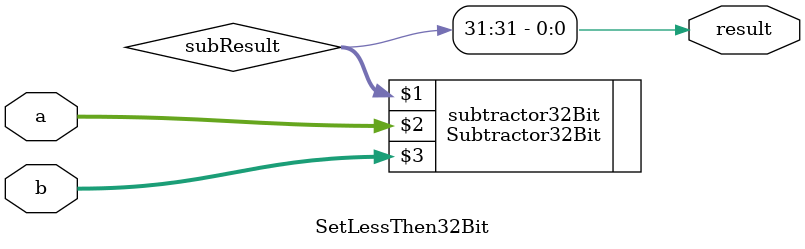
<source format=v>
module SetLessThen32Bit(output result, input [31:0] a, b);

	wire[31:0] subResult;

	Subtractor32Bit subtractor32Bit(subResult, a, b);

	and and1(result, subResult[31], 1'b1); // to save result 
	
endmodule

</source>
